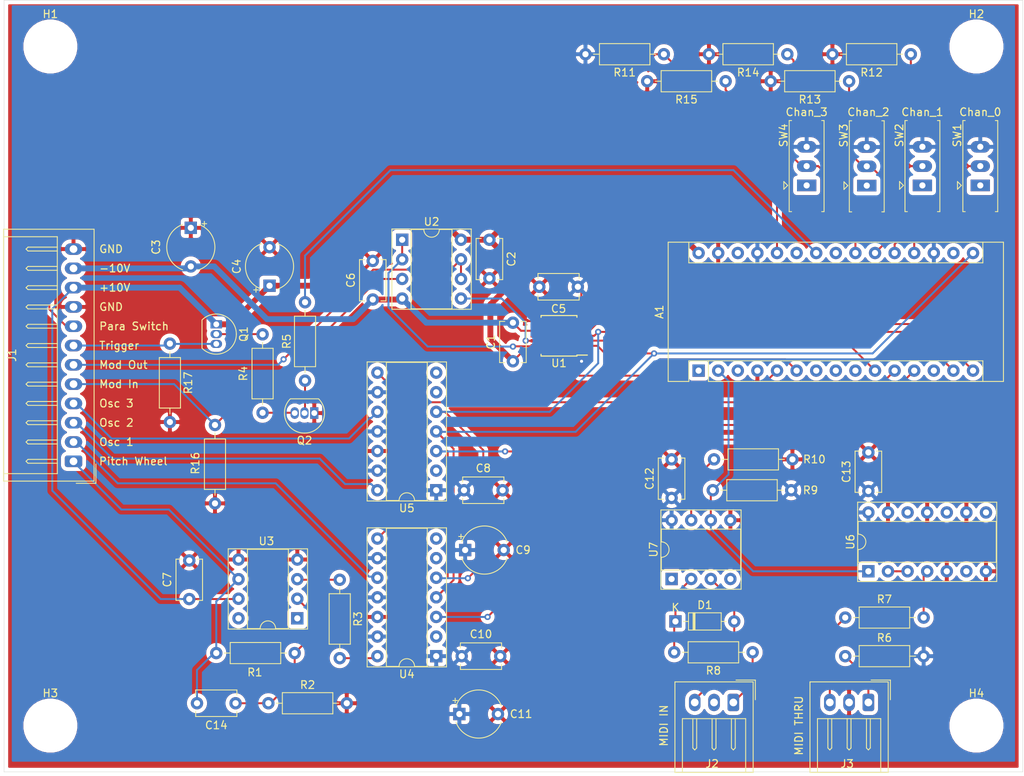
<source format=kicad_pcb>
(kicad_pcb (version 20171130) (host pcbnew "(5.1.10)-1")
  (layers (0 F.Cu signal) (31 B.Cu signal) (34 B.Paste user) (35 F.Paste user) (36 B.SilkS user) (37 F.SilkS user) (38 B.Mask user) (39 F.Mask user) (44 Edge.Cuts user))
  (net 0 "")
  (net 1 "Net-(A1-Pad1)")
  (net 2 "Net-(A1-Pad17)")
  (net 3 /UART_RX)
  (net 4 /+5v)
  (net 5 "Net-(A1-Pad3)")
  (net 6 /Chan_0)
  (net 7 GND)
  (net 8 /Chan_1)
  (net 9 /LDAC)
  (net 10 /Chan_2)
  (net 11 /WLAT)
  (net 12 /Chan_3)
  (net 13 "Net-(A1-Pad7)")
  (net 14 "Net-(A1-Pad23)")
  (net 15 "Net-(A1-Pad8)")
  (net 16 /Trigger_5v)
  (net 17 /CS_3)
  (net 18 "Net-(A1-Pad25)")
  (net 19 /CS_2)
  (net 20 /Para_Switch)
  (net 21 /CS_1)
  (net 22 /CS_0)
  (net 23 "Net-(A1-Pad28)")
  (net 24 "Net-(A1-Pad13)")
  (net 25 /SDI)
  (net 26 /+10v)
  (net 27 /SDO)
  (net 28 /SCK)
  (net 29 /-10v)
  (net 30 "Net-(D1-Pad1)")
  (net 31 /MIDI_IN_5)
  (net 32 /Osc_2_Control)
  (net 33 /Osc_1_Control)
  (net 34 /Osc_3_Control)
  (net 35 /Pitch_Wheel)
  (net 36 /Trigger_Out)
  (net 37 /MIDI_IN_4)
  (net 38 "Net-(J2-Pad2)")
  (net 39 /MIDI_THRU_4)
  (net 40 /MIDI_THRU_5)
  (net 41 "Net-(Q1-Pad2)")
  (net 42 "Net-(Q2-Pad3)")
  (net 43 "Net-(Q2-Pad2)")
  (net 44 "Net-(R3-Pad1)")
  (net 45 "Net-(R3-Pad2)")
  (net 46 "Net-(R7-Pad2)")
  (net 47 "Net-(R10-Pad1)")
  (net 48 "Net-(SW1-Pad1)")
  (net 49 "Net-(SW2-Pad1)")
  (net 50 "Net-(SW3-Pad1)")
  (net 51 "Net-(SW4-Pad1)")
  (net 52 "Net-(U3-Pad8)")
  (net 53 "Net-(U4-Pad7)")
  (net 54 "Net-(U4-Pad6)")
  (net 55 "Net-(U4-Pad2)")
  (net 56 "Net-(U5-Pad2)")
  (net 57 "Net-(U5-Pad6)")
  (net 58 "Net-(U5-Pad7)")
  (net 59 "Net-(U6-Pad8)")
  (net 60 "Net-(U6-Pad2)")
  (net 61 "Net-(U6-Pad10)")
  (net 62 "Net-(U6-Pad12)")
  (net 63 "Net-(U6-Pad6)")
  (net 64 "Net-(U7-Pad1)")
  (net 65 "Net-(U7-Pad4)")
  (net 66 "Net-(C14-Pad1)")
  (net 67 /Mod_Wheel_In)
  (net 68 /Mod_Wheel_Out)
  (net 69 "Net-(U1-Pad12)")
  (net 70 "Net-(U1-Pad13)")
  (module Module:Arduino_Nano (layer F.Cu) (at 179 91 90)
    (fp_text reference A1 (at 7.62 -5.08 90) (layer F.SilkS))
    (fp_text value Arduino_Nano_v3.x)
    (pad 1 thru_hole rect (at 0 0 90) (size 1.6 1.6) (drill 0.8) (layers *.Cu *.Mask) (net 1 "Net-(A1-Pad1)"))
    (pad 17 thru_hole oval (at 15.24 33.02 90) (size 1.6 1.6) (drill 0.8) (layers *.Cu *.Mask) (net 2 "Net-(A1-Pad17)"))
    (pad 2 thru_hole oval (at 0 2.54 90) (size 1.6 1.6) (drill 0.8) (layers *.Cu *.Mask) (net 3 /UART_RX))
    (pad 18 thru_hole oval (at 15.24 30.48 90) (size 1.6 1.6) (drill 0.8) (layers *.Cu *.Mask) (net 4 /+5v))
    (pad 3 thru_hole oval (at 0 5.08 90) (size 1.6 1.6) (drill 0.8) (layers *.Cu *.Mask) (net 5 "Net-(A1-Pad3)"))
    (pad 19 thru_hole oval (at 15.24 27.94 90) (size 1.6 1.6) (drill 0.8) (layers *.Cu *.Mask) (net 6 /Chan_0))
    (pad 4 thru_hole oval (at 0 7.62 90) (size 1.6 1.6) (drill 0.8) (layers *.Cu *.Mask) (net 7 GND))
    (pad 20 thru_hole oval (at 15.24 25.4 90) (size 1.6 1.6) (drill 0.8) (layers *.Cu *.Mask) (net 8 /Chan_1))
    (pad 5 thru_hole oval (at 0 10.16 90) (size 1.6 1.6) (drill 0.8) (layers *.Cu *.Mask) (net 9 /LDAC))
    (pad 21 thru_hole oval (at 15.24 22.86 90) (size 1.6 1.6) (drill 0.8) (layers *.Cu *.Mask) (net 10 /Chan_2))
    (pad 6 thru_hole oval (at 0 12.7 90) (size 1.6 1.6) (drill 0.8) (layers *.Cu *.Mask) (net 11 /WLAT))
    (pad 22 thru_hole oval (at 15.24 20.32 90) (size 1.6 1.6) (drill 0.8) (layers *.Cu *.Mask) (net 12 /Chan_3))
    (pad 7 thru_hole oval (at 0 15.24 90) (size 1.6 1.6) (drill 0.8) (layers *.Cu *.Mask) (net 13 "Net-(A1-Pad7)"))
    (pad 23 thru_hole oval (at 15.24 17.78 90) (size 1.6 1.6) (drill 0.8) (layers *.Cu *.Mask) (net 14 "Net-(A1-Pad23)"))
    (pad 8 thru_hole oval (at 0 17.78 90) (size 1.6 1.6) (drill 0.8) (layers *.Cu *.Mask) (net 15 "Net-(A1-Pad8)"))
    (pad 24 thru_hole oval (at 15.24 15.24 90) (size 1.6 1.6) (drill 0.8) (layers *.Cu *.Mask) (net 16 /Trigger_5v))
    (pad 9 thru_hole oval (at 0 20.32 90) (size 1.6 1.6) (drill 0.8) (layers *.Cu *.Mask) (net 17 /CS_3))
    (pad 25 thru_hole oval (at 15.24 12.7 90) (size 1.6 1.6) (drill 0.8) (layers *.Cu *.Mask) (net 18 "Net-(A1-Pad25)"))
    (pad 10 thru_hole oval (at 0 22.86 90) (size 1.6 1.6) (drill 0.8) (layers *.Cu *.Mask) (net 19 /CS_2))
    (pad 26 thru_hole oval (at 15.24 10.16 90) (size 1.6 1.6) (drill 0.8) (layers *.Cu *.Mask) (net 20 /Para_Switch))
    (pad 11 thru_hole oval (at 0 25.4 90) (size 1.6 1.6) (drill 0.8) (layers *.Cu *.Mask) (net 21 /CS_1))
    (pad 27 thru_hole oval (at 15.24 7.62 90) (size 1.6 1.6) (drill 0.8) (layers *.Cu *.Mask) (net 4 /+5v))
    (pad 12 thru_hole oval (at 0 27.94 90) (size 1.6 1.6) (drill 0.8) (layers *.Cu *.Mask) (net 22 /CS_0))
    (pad 28 thru_hole oval (at 15.24 5.08 90) (size 1.6 1.6) (drill 0.8) (layers *.Cu *.Mask) (net 23 "Net-(A1-Pad28)"))
    (pad 13 thru_hole oval (at 0 30.48 90) (size 1.6 1.6) (drill 0.8) (layers *.Cu *.Mask) (net 24 "Net-(A1-Pad13)"))
    (pad 29 thru_hole oval (at 15.24 2.54 90) (size 1.6 1.6) (drill 0.8) (layers *.Cu *.Mask) (net 7 GND))
    (pad 14 thru_hole oval (at 0 33.02 90) (size 1.6 1.6) (drill 0.8) (layers *.Cu *.Mask) (net 25 /SDI))
    (pad 30 thru_hole oval (at 15.24 0 90) (size 1.6 1.6) (drill 0.8) (layers *.Cu *.Mask) (net 26 /+10v))
    (pad 15 thru_hole oval (at 0 35.56 90) (size 1.6 1.6) (drill 0.8) (layers *.Cu *.Mask) (net 27 /SDO))
    (pad 16 thru_hole oval (at 15.24 35.56 90) (size 1.6 1.6) (drill 0.8) (layers *.Cu *.Mask) (net 28 /SCK))
  )
  (module Capacitor_THT:C_Disc_D5.1mm_W3.2mm_P5.00mm (layer F.Cu) (at 119 134.1 180)
    (fp_text reference C14 (at 2.5 -2.85) (layer F.SilkS))
    (fp_text value DNP)
    (pad 2 thru_hole circle (at 5 0 180) (size 1.6 1.6) (drill 0.8) (layers *.Cu *.Mask) (net 35 /Pitch_Wheel))
    (pad 1 thru_hole circle (at 0 0 180) (size 1.6 1.6) (drill 0.8) (layers *.Cu *.Mask) (net 66 "Net-(C14-Pad1)"))
  )
  (module Capacitor_THT:C_Disc_D5.1mm_W3.2mm_P5.00mm (layer F.Cu) (at 201 106.6 90)
    (fp_text reference C13 (at 2.5 -2.85 90) (layer F.SilkS))
    (fp_text value 0.1uF)
    (pad 2 thru_hole circle (at 5 0 90) (size 1.6 1.6) (drill 0.8) (layers *.Cu *.Mask) (net 7 GND))
    (pad 1 thru_hole circle (at 0 0 90) (size 1.6 1.6) (drill 0.8) (layers *.Cu *.Mask) (net 4 /+5v))
  )
  (module Capacitor_THT:C_Disc_D5.1mm_W3.2mm_P5.00mm (layer F.Cu) (at 175.5 107.5 90)
    (fp_text reference C12 (at 2.5 -2.85 90) (layer F.SilkS))
    (fp_text value 0.1uF)
    (pad 2 thru_hole circle (at 5 0 90) (size 1.6 1.6) (drill 0.8) (layers *.Cu *.Mask) (net 7 GND))
    (pad 1 thru_hole circle (at 0 0 90) (size 1.6 1.6) (drill 0.8) (layers *.Cu *.Mask) (net 4 /+5v))
  )
  (module Capacitor_THT:C_Disc_D5.1mm_W3.2mm_P5.00mm (layer F.Cu) (at 148.3 128)
    (fp_text reference C10 (at 2.5 -2.85) (layer F.SilkS))
    (fp_text value 0.1uF)
    (pad 2 thru_hole circle (at 5 0) (size 1.6 1.6) (drill 0.8) (layers *.Cu *.Mask) (net 7 GND))
    (pad 1 thru_hole circle (at 0 0) (size 1.6 1.6) (drill 0.8) (layers *.Cu *.Mask) (net 4 /+5v))
  )
  (module Capacitor_THT:C_Disc_D5.1mm_W3.2mm_P5.00mm (layer F.Cu) (at 148.6 106.5)
    (fp_text reference C8 (at 2.5 -2.85) (layer F.SilkS))
    (fp_text value 0.1uF)
    (pad 2 thru_hole circle (at 5 0) (size 1.6 1.6) (drill 0.8) (layers *.Cu *.Mask) (net 7 GND))
    (pad 1 thru_hole circle (at 0 0) (size 1.6 1.6) (drill 0.8) (layers *.Cu *.Mask) (net 4 /+5v))
  )
  (module Capacitor_THT:C_Disc_D5.1mm_W3.2mm_P5.00mm (layer F.Cu) (at 113 120.6 90)
    (fp_text reference C7 (at 2.5 -2.85 90) (layer F.SilkS))
    (fp_text value 0.1uF)
    (pad 2 thru_hole circle (at 5 0 90) (size 1.6 1.6) (drill 0.8) (layers *.Cu *.Mask) (net 7 GND))
    (pad 1 thru_hole circle (at 0 0 90) (size 1.6 1.6) (drill 0.8) (layers *.Cu *.Mask) (net 26 /+10v))
  )
  (module Capacitor_THT:C_Disc_D5.1mm_W3.2mm_P5.00mm (layer F.Cu) (at 163.354 80.137 180)
    (fp_text reference C5 (at 2.5 -2.85) (layer F.SilkS))
    (fp_text value 0.1uF)
    (pad 2 thru_hole circle (at 5 0 180) (size 1.6 1.6) (drill 0.8) (layers *.Cu *.Mask) (net 7 GND))
    (pad 1 thru_hole circle (at 0 0 180) (size 1.6 1.6) (drill 0.8) (layers *.Cu *.Mask) (net 4 /+5v))
  )
  (module Capacitor_THT:C_Disc_D5.1mm_W3.2mm_P5.00mm (layer F.Cu) (at 154.94 89.789 90)
    (fp_text reference C1 (at 2.5 -2.85 90) (layer F.SilkS))
    (fp_text value 0.1uF)
    (pad 2 thru_hole circle (at 5 0 90) (size 1.6 1.6) (drill 0.8) (layers *.Cu *.Mask) (net 29 /-10v))
    (pad 1 thru_hole circle (at 0 0 90) (size 1.6 1.6) (drill 0.8) (layers *.Cu *.Mask) (net 26 /+10v))
  )
  (module Package_DIP:DIP-14_W7.62mm_Socket (layer F.Cu) (at 145 106.5 180)
    (fp_text reference U5 (at 3.81 -2.33) (layer F.SilkS))
    (fp_text value MCP4922)
    (pad 1 thru_hole rect (at 0 0 180) (size 1.6 1.6) (drill 0.8) (layers *.Cu *.Mask) (net 4 /+5v))
    (pad 8 thru_hole oval (at 7.62 15.24 180) (size 1.6 1.6) (drill 0.8) (layers *.Cu *.Mask) (net 9 /LDAC))
    (pad 2 thru_hole oval (at 0 2.54 180) (size 1.6 1.6) (drill 0.8) (layers *.Cu *.Mask) (net 56 "Net-(U5-Pad2)"))
    (pad 9 thru_hole oval (at 7.62 12.7 180) (size 1.6 1.6) (drill 0.8) (layers *.Cu *.Mask) (net 4 /+5v))
    (pad 3 thru_hole oval (at 0 5.08 180) (size 1.6 1.6) (drill 0.8) (layers *.Cu *.Mask) (net 21 /CS_1))
    (pad 10 thru_hole oval (at 7.62 10.16 180) (size 1.6 1.6) (drill 0.8) (layers *.Cu *.Mask) (net 34 /Osc_3_Control))
    (pad 4 thru_hole oval (at 0 7.62 180) (size 1.6 1.6) (drill 0.8) (layers *.Cu *.Mask) (net 28 /SCK))
    (pad 11 thru_hole oval (at 7.62 7.62 180) (size 1.6 1.6) (drill 0.8) (layers *.Cu *.Mask) (net 4 /+5v))
    (pad 5 thru_hole oval (at 0 10.16 180) (size 1.6 1.6) (drill 0.8) (layers *.Cu *.Mask) (net 25 /SDI))
    (pad 12 thru_hole oval (at 7.62 5.08 180) (size 1.6 1.6) (drill 0.8) (layers *.Cu *.Mask) (net 7 GND))
    (pad 6 thru_hole oval (at 0 12.7 180) (size 1.6 1.6) (drill 0.8) (layers *.Cu *.Mask) (net 57 "Net-(U5-Pad6)"))
    (pad 13 thru_hole oval (at 7.62 2.54 180) (size 1.6 1.6) (drill 0.8) (layers *.Cu *.Mask) (net 4 /+5v))
    (pad 7 thru_hole oval (at 0 15.24 180) (size 1.6 1.6) (drill 0.8) (layers *.Cu *.Mask) (net 58 "Net-(U5-Pad7)"))
    (pad 14 thru_hole oval (at 7.62 0 180) (size 1.6 1.6) (drill 0.8) (layers *.Cu *.Mask) (net 32 /Osc_2_Control))
  )
  (module Capacitor_THT:CP_Radial_Tantal_D6.0mm_P5.00mm (layer F.Cu) (at 113.2 72.5 270)
    (fp_text reference C3 (at 2.5 4.5 90) (layer F.SilkS))
    (fp_text value 10uF)
    (pad 1 thru_hole rect (at 0 0 270) (size 1.6 1.6) (drill 0.8) (layers *.Cu *.Mask) (net 7 GND))
    (pad 2 thru_hole circle (at 5 0 270) (size 1.6 1.6) (drill 0.8) (layers *.Cu *.Mask) (net 29 /-10v))
  )
  (module Capacitor_THT:CP_Radial_Tantal_D6.0mm_P5.00mm (layer F.Cu) (at 123.4 80 90)
    (fp_text reference C4 (at 2.5 -4.25 90) (layer F.SilkS))
    (fp_text value 10uF)
    (pad 2 thru_hole circle (at 5 0 90) (size 1.6 1.6) (drill 0.8) (layers *.Cu *.Mask) (net 7 GND))
    (pad 1 thru_hole rect (at 0 0 90) (size 1.6 1.6) (drill 0.8) (layers *.Cu *.Mask) (net 26 /+10v))
  )
  (module Capacitor_THT:CP_Radial_Tantal_D6.0mm_P5.00mm (layer F.Cu) (at 148.75 114.25)
    (fp_text reference C9 (at 7.5 0) (layer F.SilkS))
    (fp_text value 10uF)
    (pad 2 thru_hole circle (at 5 0) (size 1.6 1.6) (drill 0.8) (layers *.Cu *.Mask) (net 7 GND))
    (pad 1 thru_hole rect (at 0 0) (size 1.6 1.6) (drill 0.8) (layers *.Cu *.Mask) (net 4 /+5v))
  )
  (module Capacitor_THT:CP_Radial_Tantal_D6.0mm_P5.00mm (layer F.Cu) (at 148 135.5)
    (fp_text reference C11 (at 8 0) (layer F.SilkS))
    (fp_text value 10uF)
    (pad 1 thru_hole rect (at 0 0) (size 1.6 1.6) (drill 0.8) (layers *.Cu *.Mask) (net 4 /+5v))
    (pad 2 thru_hole circle (at 5 0) (size 1.6 1.6) (drill 0.8) (layers *.Cu *.Mask) (net 7 GND))
  )
  (module Diode_THT:D_DO-35_SOD27_P7.62mm_Horizontal (layer F.Cu) (at 176 123.5)
    (fp_text reference D1 (at 3.81 -2.12) (layer F.SilkS))
    (fp_text value 1N914)
    (fp_text user K (at 0 -1.8) (layer F.SilkS))
    (pad 1 thru_hole rect (at 0 0) (size 1.6 1.6) (drill 0.8) (layers *.Cu *.Mask) (net 30 "Net-(D1-Pad1)"))
    (pad 2 thru_hole oval (at 7.62 0) (size 1.6 1.6) (drill 0.8) (layers *.Cu *.Mask) (net 31 /MIDI_IN_5))
  )
  (module MountingHole:MountingHole_3.2mm_M3 (layer F.Cu) (at 95 49)
    (fp_text reference H1 (at 0 -4.2) (layer F.SilkS))
    (fp_text value MountingHole)
    (pad "" np_thru_hole circle (at 0 0) (size 3.200001 3.200001) (drill 3.200001) (layers *.Cu *.Mask) (clearance 1.905))
  )
  (module MountingHole:MountingHole_3.2mm_M3 (layer F.Cu) (at 215 49)
    (fp_text reference H2 (at 0 -4.2) (layer F.SilkS))
    (fp_text value MountingHole)
    (pad "" np_thru_hole circle (at 0 0) (size 3.200001 3.200001) (drill 3.200001) (layers *.Cu *.Mask) (clearance 1.905))
  )
  (module MountingHole:MountingHole_3.2mm_M3 (layer F.Cu) (at 95 137)
    (fp_text reference H3 (at 0 -4.2) (layer F.SilkS))
    (fp_text value MountingHole)
    (pad "" np_thru_hole circle (at 0 0) (size 3.200001 3.200001) (drill 3.200001) (layers *.Cu *.Mask) (clearance 1.905))
  )
  (module MountingHole:MountingHole_3.2mm_M3 (layer F.Cu) (at 215 137)
    (fp_text reference H4 (at 0 -4.2) (layer F.SilkS))
    (fp_text value MountingHole)
    (pad "" np_thru_hole circle (at 0 0) (size 3.200001 3.200001) (drill 3.200001) (layers *.Cu *.Mask) (clearance 1.905))
  )
  (module Molex:Molex_Mini-Lock_0534261210_1x12_P2.50mm_Horizontal (layer F.Cu) (at 98 89 90)
    (fp_text reference J1 (at 0 -7.95 90) (layer F.SilkS))
    (fp_text value Molex_Mini-Lock_12_Pin)
    (pad 2 thru_hole oval (at -11.25 0 90) (size 1.5 2.25) (drill 1) (layers *.Cu *.Mask) (net 33 /Osc_1_Control))
    (pad 1 thru_hole roundrect (at -13.75 0 90) (size 1.5 2.25) (drill 1) (layers *.Cu *.Mask) (roundrect_rratio 0.208) (net 35 /Pitch_Wheel))
    (pad 3 thru_hole oval (at -8.75 0 90) (size 1.5 2.25) (drill 1) (layers *.Cu *.Mask) (net 32 /Osc_2_Control))
    (pad 5 thru_hole oval (at -3.75 0 90) (size 1.5 2.25) (drill 1) (layers *.Cu *.Mask) (net 67 /Mod_Wheel_In))
    (pad 4 thru_hole oval (at -6.25 0 90) (size 1.5 2.25) (drill 1) (layers *.Cu *.Mask) (net 34 /Osc_3_Control))
    (pad 7 thru_hole oval (at 1.25 0 90) (size 1.5 2.25) (drill 1) (layers *.Cu *.Mask) (net 36 /Trigger_Out))
    (pad 6 thru_hole oval (at -1.25 0 90) (size 1.5 2.25) (drill 1) (layers *.Cu *.Mask) (net 68 /Mod_Wheel_Out))
    (pad 8 thru_hole oval (at 3.75 0 90) (size 1.5 2.25) (drill 1) (layers *.Cu *.Mask) (net 20 /Para_Switch))
    (pad 9 thru_hole oval (at 6.25 0 90) (size 1.5 2.25) (drill 1) (layers *.Cu *.Mask) (net 7 GND))
    (pad 11 thru_hole oval (at 11.25 0 90) (size 1.5 2.25) (drill 1) (layers *.Cu *.Mask) (net 29 /-10v))
    (pad 10 thru_hole oval (at 8.75 0 90) (size 1.5 2.25) (drill 1) (layers *.Cu *.Mask) (net 26 /+10v))
    (pad 12 thru_hole oval (at 13.75 0 90) (size 1.5 2.25) (drill 1) (layers *.Cu *.Mask) (net 7 GND))
  )
  (module Molex:Molex_Mini-Lock_0534260310_1x03_P2.50mm_Horizontal (layer F.Cu) (at 181 134 180)
    (fp_text reference J2 (at 0.25 -7.95) (layer F.SilkS))
    (fp_text value Molex_Mini-Lock_3_Pin)
    (pad 3 thru_hole oval (at 2.5 0 180) (size 1.5 2.25) (drill 1) (layers *.Cu *.Mask) (net 31 /MIDI_IN_5))
    (pad 1 thru_hole roundrect (at -2.5 0 180) (size 1.5 2.25) (drill 1) (layers *.Cu *.Mask) (roundrect_rratio 0.208) (net 37 /MIDI_IN_4))
    (pad 2 thru_hole oval (at 0 0 180) (size 1.5 2.25) (drill 1) (layers *.Cu *.Mask) (net 38 "Net-(J2-Pad2)"))
  )
  (module Molex:Molex_Mini-Lock_0534260310_1x03_P2.50mm_Horizontal (layer F.Cu) (at 198.5 134 180)
    (fp_text reference J3 (at 0.25 -7.95) (layer F.SilkS))
    (fp_text value Molex_Mini-Lock_3_Pin)
    (pad 2 thru_hole oval (at 0 0 180) (size 1.5 2.25) (drill 1) (layers *.Cu *.Mask) (net 7 GND))
    (pad 1 thru_hole roundrect (at -2.5 0 180) (size 1.5 2.25) (drill 1) (layers *.Cu *.Mask) (roundrect_rratio 0.208) (net 39 /MIDI_THRU_4))
    (pad 3 thru_hole oval (at 2.5 0 180) (size 1.5 2.25) (drill 1) (layers *.Cu *.Mask) (net 40 /MIDI_THRU_5))
  )
  (module Package_TO_SOT_THT:TO-92_Inline (layer F.Cu) (at 116.5 85 270)
    (fp_text reference Q1 (at 1.27 -3.56 90) (layer F.SilkS))
    (fp_text value 2N3906)
    (pad 2 thru_hole oval (at 1.27 0 270) (size 1.05 1.5) (drill 0.75) (layers *.Cu *.Mask) (net 41 "Net-(Q1-Pad2)"))
    (pad 3 thru_hole oval (at 2.54 0 270) (size 1.05 1.5) (drill 0.75) (layers *.Cu *.Mask) (net 36 /Trigger_Out))
    (pad 1 thru_hole rect (at 0 0 270) (size 1.05 1.5) (drill 0.75) (layers *.Cu *.Mask) (net 26 /+10v))
  )
  (module Package_TO_SOT_THT:TO-92_Inline (layer F.Cu) (at 129.2 96.5 180)
    (fp_text reference Q2 (at 1.27 -3.56) (layer F.SilkS))
    (fp_text value 2N3904)
    (pad 1 thru_hole rect (at 0 0 180) (size 1.05 1.5) (drill 0.75) (layers *.Cu *.Mask) (net 7 GND))
    (pad 3 thru_hole oval (at 2.54 0 180) (size 1.05 1.5) (drill 0.75) (layers *.Cu *.Mask) (net 42 "Net-(Q2-Pad3)"))
    (pad 2 thru_hole oval (at 1.27 0 180) (size 1.05 1.5) (drill 0.75) (layers *.Cu *.Mask) (net 43 "Net-(Q2-Pad2)"))
  )
  (module Resistor_THT:R_Axial_DIN0207_L6.3mm_D2.5mm_P10.16mm_Horizontal (layer F.Cu) (at 116.5 127.6)
    (fp_text reference R1 (at 5 2.5) (layer F.SilkS))
    (fp_text value 10k)
    (pad 1 thru_hole circle (at 0 0) (size 1.6 1.6) (drill 0.8) (layers *.Cu *.Mask) (net 35 /Pitch_Wheel))
    (pad 2 thru_hole oval (at 10.16 0) (size 1.6 1.6) (drill 0.8) (layers *.Cu *.Mask) (net 66 "Net-(C14-Pad1)"))
  )
  (module Resistor_THT:R_Axial_DIN0207_L6.3mm_D2.5mm_P10.16mm_Horizontal (layer F.Cu) (at 123.25 134.1)
    (fp_text reference R2 (at 5.08 -2.37) (layer F.SilkS))
    (fp_text value 10k)
    (pad 2 thru_hole oval (at 10.16 0) (size 1.6 1.6) (drill 0.8) (layers *.Cu *.Mask) (net 7 GND))
    (pad 1 thru_hole circle (at 0 0) (size 1.6 1.6) (drill 0.8) (layers *.Cu *.Mask) (net 66 "Net-(C14-Pad1)"))
  )
  (module Resistor_THT:R_Axial_DIN0207_L6.3mm_D2.5mm_P10.16mm_Horizontal (layer F.Cu) (at 132.5 118.1 270)
    (fp_text reference R3 (at 5.08 -2.37 90) (layer F.SilkS))
    (fp_text value 5k)
    (pad 1 thru_hole circle (at 0 0 270) (size 1.6 1.6) (drill 0.8) (layers *.Cu *.Mask) (net 44 "Net-(R3-Pad1)"))
    (pad 2 thru_hole oval (at 10.16 0 270) (size 1.6 1.6) (drill 0.8) (layers *.Cu *.Mask) (net 45 "Net-(R3-Pad2)"))
  )
  (module Resistor_THT:R_Axial_DIN0207_L6.3mm_D2.5mm_P10.16mm_Horizontal (layer F.Cu) (at 122.5 86.3 270)
    (fp_text reference R4 (at 5.08 2.5 90) (layer F.SilkS))
    (fp_text value 10k)
    (pad 2 thru_hole oval (at 10.16 0 270) (size 1.6 1.6) (drill 0.8) (layers *.Cu *.Mask) (net 42 "Net-(Q2-Pad3)"))
    (pad 1 thru_hole circle (at 0 0 270) (size 1.6 1.6) (drill 0.8) (layers *.Cu *.Mask) (net 41 "Net-(Q1-Pad2)"))
  )
  (module Resistor_THT:R_Axial_DIN0207_L6.3mm_D2.5mm_P10.16mm_Horizontal (layer F.Cu) (at 128 92.3 90)
    (fp_text reference R5 (at 5.08 -2.37 90) (layer F.SilkS))
    (fp_text value 10k)
    (pad 1 thru_hole circle (at 0 0 90) (size 1.6 1.6) (drill 0.8) (layers *.Cu *.Mask) (net 43 "Net-(Q2-Pad2)"))
    (pad 2 thru_hole oval (at 10.16 0 90) (size 1.6 1.6) (drill 0.8) (layers *.Cu *.Mask) (net 16 /Trigger_5v))
  )
  (module Resistor_THT:R_Axial_DIN0207_L6.3mm_D2.5mm_P10.16mm_Horizontal (layer F.Cu) (at 198 128)
    (fp_text reference R6 (at 5.08 -2.37) (layer F.SilkS))
    (fp_text value 220)
    (pad 1 thru_hole circle (at 0 0) (size 1.6 1.6) (drill 0.8) (layers *.Cu *.Mask) (net 39 /MIDI_THRU_4))
    (pad 2 thru_hole oval (at 10.16 0) (size 1.6 1.6) (drill 0.8) (layers *.Cu *.Mask) (net 4 /+5v))
  )
  (module Resistor_THT:R_Axial_DIN0207_L6.3mm_D2.5mm_P10.16mm_Horizontal (layer F.Cu) (at 198 123)
    (fp_text reference R7 (at 5.08 -2.37) (layer F.SilkS))
    (fp_text value 220)
    (pad 2 thru_hole oval (at 10.16 0) (size 1.6 1.6) (drill 0.8) (layers *.Cu *.Mask) (net 46 "Net-(R7-Pad2)"))
    (pad 1 thru_hole circle (at 0 0) (size 1.6 1.6) (drill 0.8) (layers *.Cu *.Mask) (net 40 /MIDI_THRU_5))
  )
  (module Resistor_THT:R_Axial_DIN0207_L6.3mm_D2.5mm_P10.16mm_Horizontal (layer F.Cu) (at 186 127.5 180)
    (fp_text reference R8 (at 5.08 -2.37) (layer F.SilkS))
    (fp_text value 220)
    (pad 1 thru_hole circle (at 0 0 180) (size 1.6 1.6) (drill 0.8) (layers *.Cu *.Mask) (net 37 /MIDI_IN_4))
    (pad 2 thru_hole oval (at 10.16 0 180) (size 1.6 1.6) (drill 0.8) (layers *.Cu *.Mask) (net 30 "Net-(D1-Pad1)"))
  )
  (module Resistor_THT:R_Axial_DIN0207_L6.3mm_D2.5mm_P10.16mm_Horizontal (layer F.Cu) (at 191 106.5 180)
    (fp_text reference R9 (at -2.5 0) (layer F.SilkS))
    (fp_text value 470)
    (pad 2 thru_hole oval (at 10.16 0 180) (size 1.6 1.6) (drill 0.8) (layers *.Cu *.Mask) (net 3 /UART_RX))
    (pad 1 thru_hole circle (at 0 0 180) (size 1.6 1.6) (drill 0.8) (layers *.Cu *.Mask) (net 4 /+5v))
  )
  (module Resistor_THT:R_Axial_DIN0207_L6.3mm_D2.5mm_P10.16mm_Horizontal (layer F.Cu) (at 181 102.5)
    (fp_text reference R10 (at 13 0) (layer F.SilkS))
    (fp_text value 1k)
    (pad 2 thru_hole oval (at 10.16 0) (size 1.6 1.6) (drill 0.8) (layers *.Cu *.Mask) (net 7 GND))
    (pad 1 thru_hole circle (at 0 0) (size 1.6 1.6) (drill 0.8) (layers *.Cu *.Mask) (net 47 "Net-(R10-Pad1)"))
  )
  (module Resistor_THT:R_Axial_DIN0207_L6.3mm_D2.5mm_P10.16mm_Horizontal (layer F.Cu) (at 174.5 50 180)
    (fp_text reference R11 (at 5.08 -2.37) (layer F.SilkS))
    (fp_text value 10k)
    (pad 2 thru_hole oval (at 10.16 0 180) (size 1.6 1.6) (drill 0.8) (layers *.Cu *.Mask) (net 4 /+5v))
    (pad 1 thru_hole circle (at 0 0 180) (size 1.6 1.6) (drill 0.8) (layers *.Cu *.Mask) (net 20 /Para_Switch))
  )
  (module Resistor_THT:R_Axial_DIN0207_L6.3mm_D2.5mm_P10.16mm_Horizontal (layer F.Cu) (at 206.5 50 180)
    (fp_text reference R12 (at 5.08 -2.37) (layer F.SilkS))
    (fp_text value 10k)
    (pad 2 thru_hole oval (at 10.16 0 180) (size 1.6 1.6) (drill 0.8) (layers *.Cu *.Mask) (net 7 GND))
    (pad 1 thru_hole circle (at 0 0 180) (size 1.6 1.6) (drill 0.8) (layers *.Cu *.Mask) (net 6 /Chan_0))
  )
  (module Resistor_THT:R_Axial_DIN0207_L6.3mm_D2.5mm_P10.16mm_Horizontal (layer F.Cu) (at 198.5 53.5 180)
    (fp_text reference R13 (at 5.08 -2.37) (layer F.SilkS))
    (fp_text value 10k)
    (pad 1 thru_hole circle (at 0 0 180) (size 1.6 1.6) (drill 0.8) (layers *.Cu *.Mask) (net 8 /Chan_1))
    (pad 2 thru_hole oval (at 10.16 0 180) (size 1.6 1.6) (drill 0.8) (layers *.Cu *.Mask) (net 7 GND))
  )
  (module Resistor_THT:R_Axial_DIN0207_L6.3mm_D2.5mm_P10.16mm_Horizontal (layer F.Cu) (at 190.5 50 180)
    (fp_text reference R14 (at 5.08 -2.37) (layer F.SilkS))
    (fp_text value 10k)
    (pad 1 thru_hole circle (at 0 0 180) (size 1.6 1.6) (drill 0.8) (layers *.Cu *.Mask) (net 10 /Chan_2))
    (pad 2 thru_hole oval (at 10.16 0 180) (size 1.6 1.6) (drill 0.8) (layers *.Cu *.Mask) (net 7 GND))
  )
  (module Resistor_THT:R_Axial_DIN0207_L6.3mm_D2.5mm_P10.16mm_Horizontal (layer F.Cu) (at 182.5 53.5 180)
    (fp_text reference R15 (at 5.08 -2.37) (layer F.SilkS))
    (fp_text value 10k)
    (pad 1 thru_hole circle (at 0 0 180) (size 1.6 1.6) (drill 0.8) (layers *.Cu *.Mask) (net 12 /Chan_3))
    (pad 2 thru_hole oval (at 10.16 0 180) (size 1.6 1.6) (drill 0.8) (layers *.Cu *.Mask) (net 7 GND))
  )
  (module Switches:SW_Slide_SPDT_EG1218 (layer F.Cu) (at 215.5 67 90)
    (fp_text reference SW1 (at 6.49 -2.99 90) (layer F.SilkS))
    (fp_text value SW_SPDT)
    (pad 3 thru_hole oval (at 5 0 90) (size 1.5 2.5) (drill 0.8) (layers *.Cu *.Mask) (net 4 /+5v))
    (pad 2 thru_hole oval (at 2.5 0 90) (size 1.5 2.5) (drill 0.8) (layers *.Cu *.Mask) (net 6 /Chan_0))
    (pad 1 thru_hole rect (at 0 0 90) (size 1.5 2.5) (drill 0.8) (layers *.Cu *.Mask) (net 48 "Net-(SW1-Pad1)"))
  )
  (module Switches:SW_Slide_SPDT_EG1218 (layer F.Cu) (at 208 67 90)
    (fp_text reference SW2 (at 6.49 -2.99 90) (layer F.SilkS))
    (fp_text value SW_SPDT)
    (pad 1 thru_hole rect (at 0 0 90) (size 1.5 2.5) (drill 0.8) (layers *.Cu *.Mask) (net 49 "Net-(SW2-Pad1)"))
    (pad 2 thru_hole oval (at 2.5 0 90) (size 1.5 2.5) (drill 0.8) (layers *.Cu *.Mask) (net 8 /Chan_1))
    (pad 3 thru_hole oval (at 5 0 90) (size 1.5 2.5) (drill 0.8) (layers *.Cu *.Mask) (net 4 /+5v))
  )
  (module Switches:SW_Slide_SPDT_EG1218 (layer F.Cu) (at 200.790001 67.024999 90)
    (fp_text reference SW3 (at 6.49 -2.99 90) (layer F.SilkS))
    (fp_text value SW_SPDT)
    (pad 1 thru_hole rect (at 0 0 90) (size 1.5 2.5) (drill 0.8) (layers *.Cu *.Mask) (net 50 "Net-(SW3-Pad1)"))
    (pad 2 thru_hole oval (at 2.5 0 90) (size 1.5 2.5) (drill 0.8) (layers *.Cu *.Mask) (net 10 /Chan_2))
    (pad 3 thru_hole oval (at 5 0 90) (size 1.5 2.5) (drill 0.8) (layers *.Cu *.Mask) (net 4 /+5v))
  )
  (module Switches:SW_Slide_SPDT_EG1218 (layer F.Cu) (at 193 67 90)
    (fp_text reference SW4 (at 6.49 -2.99 90) (layer F.SilkS))
    (fp_text value SW_SPDT)
    (pad 3 thru_hole oval (at 5 0 90) (size 1.5 2.5) (drill 0.8) (layers *.Cu *.Mask) (net 4 /+5v))
    (pad 2 thru_hole oval (at 2.5 0 90) (size 1.5 2.5) (drill 0.8) (layers *.Cu *.Mask) (net 12 /Chan_3))
    (pad 1 thru_hole rect (at 0 0 90) (size 1.5 2.5) (drill 0.8) (layers *.Cu *.Mask) (net 51 "Net-(SW4-Pad1)"))
  )
  (module Package_SO:TSSOP-14_4.4x5mm_P0.65mm (layer F.Cu) (at 160.909 86.487 180)
    (fp_text reference U1 (at 0 -3.55) (layer F.SilkS))
    (fp_text value MCP41HV51-502E)
    (pad 1 smd rect (at -2.95 -1.95 180) (size 1.45 0.45) (layers F.Cu F.Paste F.Mask) (net 4 /+5v))
    (pad 2 smd rect (at -2.95 -1.3 180) (size 1.45 0.45) (layers F.Cu F.Paste F.Mask) (net 28 /SCK))
    (pad 3 smd rect (at -2.95 -0.65 180) (size 1.45 0.45) (layers F.Cu F.Paste F.Mask) (net 19 /CS_2))
    (pad 4 smd rect (at -2.95 0 180) (size 1.45 0.45) (layers F.Cu F.Paste F.Mask) (net 25 /SDI))
    (pad 5 smd rect (at -2.95 0.65 180) (size 1.45 0.45) (layers F.Cu F.Paste F.Mask) (net 27 /SDO))
    (pad 6 smd rect (at -2.95 1.3 180) (size 1.45 0.45) (layers F.Cu F.Paste F.Mask) (net 11 /WLAT))
    (pad 7 smd rect (at -2.95 1.95 180) (size 1.45 0.45) (layers F.Cu F.Paste F.Mask) (net 4 /+5v))
    (pad 8 smd rect (at 2.95 1.95 180) (size 1.45 0.45) (layers F.Cu F.Paste F.Mask) (net 7 GND))
    (pad 9 smd rect (at 2.95 1.3 180) (size 1.45 0.45) (layers F.Cu F.Paste F.Mask) (net 7 GND))
    (pad 10 smd rect (at 2.95 0.65 180) (size 1.45 0.45) (layers F.Cu F.Paste F.Mask) (net 29 /-10v))
    (pad 11 smd rect (at 2.95 0 180) (size 1.45 0.45) (layers F.Cu F.Paste F.Mask) (net 7 GND))
    (pad 12 smd rect (at 2.95 -0.65 180) (size 1.45 0.45) (layers F.Cu F.Paste F.Mask) (net 69 "Net-(U1-Pad12)"))
    (pad 13 smd rect (at 2.95 -1.3 180) (size 1.45 0.45) (layers F.Cu F.Paste F.Mask) (net 70 "Net-(U1-Pad13)"))
    (pad 14 smd rect (at 2.95 -1.95 180) (size 1.45 0.45) (layers F.Cu F.Paste F.Mask) (net 26 /+10v))
  )
  (module Package_DIP:DIP-8_W7.62mm_Socket (layer F.Cu) (at 127 123.1 180)
    (fp_text reference U3 (at 4 10) (layer F.SilkS))
    (fp_text value LT1637)
    (pad 8 thru_hole oval (at 7.62 0 180) (size 1.6 1.6) (drill 0.8) (layers *.Cu *.Mask) (net 52 "Net-(U3-Pad8)"))
    (pad 4 thru_hole oval (at 0 7.62 180) (size 1.6 1.6) (drill 0.8) (layers *.Cu *.Mask) (net 7 GND))
    (pad 7 thru_hole oval (at 7.62 2.54 180) (size 1.6 1.6) (drill 0.8) (layers *.Cu *.Mask) (net 26 /+10v))
    (pad 3 thru_hole oval (at 0 5.08 180) (size 1.6 1.6) (drill 0.8) (layers *.Cu *.Mask) (net 44 "Net-(R3-Pad1)"))
    (pad 6 thru_hole oval (at 7.62 5.08 180) (size 1.6 1.6) (drill 0.8) (layers *.Cu *.Mask) (net 35 /Pitch_Wheel))
    (pad 2 thru_hole oval (at 0 2.54 180) (size 1.6 1.6) (drill 0.8) (layers *.Cu *.Mask) (net 66 "Net-(C14-Pad1)"))
    (pad 5 thru_hole oval (at 7.62 7.62 180) (size 1.6 1.6) (drill 0.8) (layers *.Cu *.Mask) (net 7 GND))
    (pad 1 thru_hole rect (at 0 0 180) (size 1.6 1.6) (drill 0.8) (layers *.Cu *.Mask))
  )
  (module Package_DIP:DIP-14_W7.62mm_Socket (layer F.Cu) (at 145 128 180)
    (fp_text reference U4 (at 3.81 -2.33) (layer F.SilkS))
    (fp_text value MCP4922)
    (pad 14 thru_hole oval (at 7.62 0 180) (size 1.6 1.6) (drill 0.8) (layers *.Cu *.Mask) (net 45 "Net-(R3-Pad2)"))
    (pad 7 thru_hole oval (at 0 15.24 180) (size 1.6 1.6) (drill 0.8) (layers *.Cu *.Mask) (net 53 "Net-(U4-Pad7)"))
    (pad 13 thru_hole oval (at 7.62 2.54 180) (size 1.6 1.6) (drill 0.8) (layers *.Cu *.Mask) (net 4 /+5v))
    (pad 6 thru_hole oval (at 0 12.7 180) (size 1.6 1.6) (drill 0.8) (layers *.Cu *.Mask) (net 54 "Net-(U4-Pad6)"))
    (pad 12 thru_hole oval (at 7.62 5.08 180) (size 1.6 1.6) (drill 0.8) (layers *.Cu *.Mask) (net 7 GND))
    (pad 5 thru_hole oval (at 0 10.16 180) (size 1.6 1.6) (drill 0.8) (layers *.Cu *.Mask) (net 25 /SDI))
    (pad 11 thru_hole oval (at 7.62 7.62 180) (size 1.6 1.6) (drill 0.8) (layers *.Cu *.Mask) (net 4 /+5v))
    (pad 4 thru_hole oval (at 0 7.62 180) (size 1.6 1.6) (drill 0.8) (layers *.Cu *.Mask) (net 28 /SCK))
    (pad 10 thru_hole oval (at 7.62 10.16 180) (size 1.6 1.6) (drill 0.8) (layers *.Cu *.Mask) (net 33 /Osc_1_Control))
    (pad 3 thru_hole oval (at 0 5.08 180) (size 1.6 1.6) (drill 0.8) (layers *.Cu *.Mask) (net 22 /CS_0))
    (pad 9 thru_hole oval (at 7.62 12.7 180) (size 1.6 1.6) (drill 0.8) (layers *.Cu *.Mask) (net 4 /+5v))
    (pad 2 thru_hole oval (at 0 2.54 180) (size 1.6 1.6) (drill 0.8) (layers *.Cu *.Mask) (net 55 "Net-(U4-Pad2)"))
    (pad 8 thru_hole oval (at 7.62 15.24 180) (size 1.6 1.6) (drill 0.8) (layers *.Cu *.Mask) (net 9 /LDAC))
    (pad 1 thru_hole rect (at 0 0 180) (size 1.6 1.6) (drill 0.8) (layers *.Cu *.Mask) (net 4 /+5v))
  )
  (module Package_DIP:DIP-14_W7.62mm_Socket (layer F.Cu) (at 201 117 90)
    (fp_text reference U6 (at 3.81 -2.33 90) (layer F.SilkS))
    (fp_text value 74LS14)
    (pad 1 thru_hole rect (at 0 0 90) (size 1.6 1.6) (drill 0.8) (layers *.Cu *.Mask) (net 3 /UART_RX))
    (pad 8 thru_hole oval (at 7.62 15.24 90) (size 1.6 1.6) (drill 0.8) (layers *.Cu *.Mask) (net 59 "Net-(U6-Pad8)"))
    (pad 2 thru_hole oval (at 0 2.54 90) (size 1.6 1.6) (drill 0.8) (layers *.Cu *.Mask) (net 60 "Net-(U6-Pad2)"))
    (pad 9 thru_hole oval (at 7.62 12.7 90) (size 1.6 1.6) (drill 0.8) (layers *.Cu *.Mask) (net 7 GND))
    (pad 3 thru_hole oval (at 0 5.08 90) (size 1.6 1.6) (drill 0.8) (layers *.Cu *.Mask) (net 60 "Net-(U6-Pad2)"))
    (pad 10 thru_hole oval (at 7.62 10.16 90) (size 1.6 1.6) (drill 0.8) (layers *.Cu *.Mask) (net 61 "Net-(U6-Pad10)"))
    (pad 4 thru_hole oval (at 0 7.62 90) (size 1.6 1.6) (drill 0.8) (layers *.Cu *.Mask) (net 46 "Net-(R7-Pad2)"))
    (pad 11 thru_hole oval (at 7.62 7.62 90) (size 1.6 1.6) (drill 0.8) (layers *.Cu *.Mask) (net 7 GND))
    (pad 5 thru_hole oval (at 0 10.16 90) (size 1.6 1.6) (drill 0.8) (layers *.Cu *.Mask) (net 7 GND))
    (pad 12 thru_hole oval (at 7.62 5.08 90) (size 1.6 1.6) (drill 0.8) (layers *.Cu *.Mask) (net 62 "Net-(U6-Pad12)"))
    (pad 6 thru_hole oval (at 0 12.7 90) (size 1.6 1.6) (drill 0.8) (layers *.Cu *.Mask) (net 63 "Net-(U6-Pad6)"))
    (pad 13 thru_hole oval (at 7.62 2.54 90) (size 1.6 1.6) (drill 0.8) (layers *.Cu *.Mask) (net 7 GND))
    (pad 7 thru_hole oval (at 0 15.24 90) (size 1.6 1.6) (drill 0.8) (layers *.Cu *.Mask) (net 7 GND))
    (pad 14 thru_hole oval (at 7.62 0 90) (size 1.6 1.6) (drill 0.8) (layers *.Cu *.Mask) (net 4 /+5v))
  )
  (module Package_DIP:DIP-8_W7.62mm_Socket (layer F.Cu) (at 175.5 118 90)
    (fp_text reference U7 (at 3.81 -2.33 90) (layer F.SilkS))
    (fp_text value 6N138)
    (pad 1 thru_hole rect (at 0 0 90) (size 1.6 1.6) (drill 0.8) (layers *.Cu *.Mask) (net 64 "Net-(U7-Pad1)"))
    (pad 5 thru_hole oval (at 7.62 7.62 90) (size 1.6 1.6) (drill 0.8) (layers *.Cu *.Mask) (net 7 GND))
    (pad 2 thru_hole oval (at 0 2.54 90) (size 1.6 1.6) (drill 0.8) (layers *.Cu *.Mask) (net 30 "Net-(D1-Pad1)"))
    (pad 6 thru_hole oval (at 7.62 5.08 90) (size 1.6 1.6) (drill 0.8) (layers *.Cu *.Mask) (net 3 /UART_RX))
    (pad 3 thru_hole oval (at 0 5.08 90) (size 1.6 1.6) (drill 0.8) (layers *.Cu *.Mask) (net 31 /MIDI_IN_5))
    (pad 7 thru_hole oval (at 7.62 2.54 90) (size 1.6 1.6) (drill 0.8) (layers *.Cu *.Mask) (net 47 "Net-(R10-Pad1)"))
    (pad 4 thru_hole oval (at 0 7.62 90) (size 1.6 1.6) (drill 0.8) (layers *.Cu *.Mask) (net 65 "Net-(U7-Pad4)"))
    (pad 8 thru_hole oval (at 7.62 0 90) (size 1.6 1.6) (drill 0.8) (layers *.Cu *.Mask) (net 4 /+5v))
  )
  (module Capacitor_THT:C_Disc_D5.1mm_W3.2mm_P5.00mm (layer F.Cu) (at 151.892 74.041 270)
    (fp_text reference C2 (at 2.5 -2.85 90) (layer F.SilkS))
    (fp_text value 0.1uF)
    (pad 2 thru_hole circle (at 5 0 270) (size 1.6 1.6) (drill 0.8) (layers *.Cu *.Mask) (net 7 GND))
    (pad 1 thru_hole circle (at 0 0 270) (size 1.6 1.6) (drill 0.8) (layers *.Cu *.Mask) (net 26 /+10v))
  )
  (module Capacitor_THT:C_Disc_D5.1mm_W3.2mm_P5.00mm (layer F.Cu) (at 136.779 81.788 90)
    (fp_text reference C6 (at 2.5 -2.85 90) (layer F.SilkS))
    (fp_text value 0.1uF)
    (pad 1 thru_hole circle (at 0 0 90) (size 1.6 1.6) (drill 0.8) (layers *.Cu *.Mask) (net 29 /-10v))
    (pad 2 thru_hole circle (at 5 0 90) (size 1.6 1.6) (drill 0.8) (layers *.Cu *.Mask) (net 7 GND))
  )
  (module Resistor_THT:R_Axial_DIN0207_L6.3mm_D2.5mm_P10.16mm_Horizontal (layer F.Cu) (at 116.332 98.044 270)
    (fp_text reference R16 (at 4.953 2.54 90) (layer F.SilkS))
    (fp_text value 1k)
    (pad 1 thru_hole circle (at 0 0 270) (size 1.6 1.6) (drill 0.8) (layers *.Cu *.Mask) (net 67 /Mod_Wheel_In))
    (pad 2 thru_hole oval (at 10.16 0 270) (size 1.6 1.6) (drill 0.8) (layers *.Cu *.Mask) (net 7 GND))
  )
  (module Package_DIP:DIP-8_W7.62mm_Socket (layer F.Cu) (at 140.589 74.041)
    (fp_text reference U2 (at 3.81 -2.33) (layer F.SilkS))
    (fp_text value TL082)
    (pad 1 thru_hole rect (at 0 0) (size 1.6 1.6) (drill 0.8) (layers *.Cu *.Mask) (net 70 "Net-(U1-Pad13)"))
    (pad 5 thru_hole oval (at 7.62 7.62) (size 1.6 1.6) (drill 0.8) (layers *.Cu *.Mask) (net 69 "Net-(U1-Pad12)"))
    (pad 2 thru_hole oval (at 0 2.54) (size 1.6 1.6) (drill 0.8) (layers *.Cu *.Mask) (net 70 "Net-(U1-Pad13)"))
    (pad 6 thru_hole oval (at 7.62 5.08) (size 1.6 1.6) (drill 0.8) (layers *.Cu *.Mask) (net 68 /Mod_Wheel_Out))
    (pad 3 thru_hole oval (at 0 5.08) (size 1.6 1.6) (drill 0.8) (layers *.Cu *.Mask) (net 67 /Mod_Wheel_In))
    (pad 7 thru_hole oval (at 7.62 2.54) (size 1.6 1.6) (drill 0.8) (layers *.Cu *.Mask) (net 68 /Mod_Wheel_Out))
    (pad 4 thru_hole oval (at 0 7.62) (size 1.6 1.6) (drill 0.8) (layers *.Cu *.Mask) (net 29 /-10v))
    (pad 8 thru_hole oval (at 7.62 0) (size 1.6 1.6) (drill 0.8) (layers *.Cu *.Mask) (net 26 /+10v))
  )
  (module Resistor_THT:R_Axial_DIN0207_L6.3mm_D2.5mm_P10.16mm_Horizontal (layer F.Cu) (at 110.49 87.503 270)
    (fp_text reference R17 (at 5.08 -2.37 90) (layer F.SilkS))
    (fp_text value 10k)
    (pad 1 thru_hole circle (at 0 0 270) (size 1.6 1.6) (drill 0.8) (layers *.Cu *.Mask) (net 36 /Trigger_Out))
    (pad 2 thru_hole oval (at 10.16 0 270) (size 1.6 1.6) (drill 0.8) (layers *.Cu *.Mask) (net 7 GND))
  )
  (gr_text +10V (at 101.25 80.25) (layer F.SilkS) (effects (font (size 1 1)) (justify left)))
  (gr_text -10V (at 101.25 77.75) (layer F.SilkS) (effects (font (size 1 1)) (justify left)))
  (gr_text GND (at 101.25 75.25) (layer F.SilkS) (effects (font (size 1 1)) (justify left)))
  (gr_text GND (at 101.25 82.75) (layer F.SilkS) (effects (font (size 1 1)) (justify left)))
  (gr_text "Para Switch" (at 101.25 85.25) (layer F.SilkS) (effects (font (size 1 1)) (justify left)))
  (gr_text Trigger (at 101.25 87.75) (layer F.SilkS) (effects (font (size 1 1)) (justify left)))
  (gr_text "Mod Out" (at 101.25 90.25) (layer F.SilkS) (effects (font (size 1 1)) (justify left)))
  (gr_text "Mod In" (at 101.25 92.75) (layer F.SilkS) (effects (font (size 1 1)) (justify left)))
  (gr_text "Osc 3" (at 101.25 95.25) (layer F.SilkS) (effects (font (size 1 1)) (justify left)))
  (gr_text "Osc 2" (at 101.25 97.75) (layer F.SilkS) (effects (font (size 1 1)) (justify left)))
  (gr_text "Osc 1" (at 101.25 100.25) (layer F.SilkS) (effects (font (size 1 1)) (justify left)))
  (gr_text "Pitch Wheel" (at 105.75 102.75) (layer F.SilkS) (effects (font (size 1 1))))
  (gr_text "MIDI IN" (at 174.5 137 90) (layer F.SilkS) (effects (font (size 1 1))))
  (gr_text "MIDI THRU" (at 192 137 90) (layer F.SilkS) (effects (font (size 1 1))))
  (gr_text Chan_3 (at 193 57.5) (layer F.SilkS) (effects (font (size 1 1))))
  (gr_text Chan_2 (at 201 57.5) (layer F.SilkS) (effects (font (size 1 1))))
  (gr_text Chan_1 (at 208 57.5) (layer F.SilkS) (effects (font (size 1 1))))
  (gr_text Chan_0 (at 215.5 57.5) (layer F.SilkS) (effects (font (size 1 1))))
  (gr_line (start 221 143) (end 89 143) (layer Edge.Cuts) (width 0.05))
  (gr_line (start 221 43) (end 221 143) (layer Edge.Cuts) (width 0.05))
  (gr_line (start 89 43) (end 221 43) (layer Edge.Cuts) (width 0.05))
  (gr_line (start 89 143) (end 89 43) (layer Edge.Cuts) (width 0.05))
  (segment (start 180.58 106.76) (end 180.84 106.5) (width 0.254) (layer F.Cu) (net 3))
  (segment (start 180.58 110.38) (end 180.58 106.76) (width 0.254) (layer F.Cu) (net 3))
  (segment (start 199.946 117) (end 201 117) (width 0.254) (layer B.Cu) (net 3))
  (segment (start 186.06863 117) (end 199.946 117) (width 0.254) (layer B.Cu) (net 3))
  (segment (start 180.58 111.51137) (end 186.06863 117) (width 0.254) (layer B.Cu) (net 3))
  (segment (start 180.58 110.38) (end 180.58 111.51137) (width 0.254) (layer B.Cu) (net 3))
  (segment (start 182.88 104.46) (end 180.84 106.5) (width 0.25) (layer B.Cu) (net 3))
  (segment (start 182.88 92.34) (end 182.88 104.46) (width 0.25) (layer B.Cu) (net 3))
  (segment (start 181.54 91) (end 182.88 92.34) (width 0.25) (layer B.Cu) (net 3))
  (segment (start 163.804 79.952) (end 163.354 79.502) (width 0.254) (layer F.Cu) (net 4))
  (segment (start 163.804 84.537) (end 163.804 80.587) (width 0.254) (layer F.Cu) (net 4))
  (segment (start 163.859 88.437) (end 163.859 89.76) (width 0.254) (layer F.Cu) (net 4))
  (via (at 163.83 89.789) (size 0.8) (drill 0.4) (layers F.Cu B.Cu) (net 4))
  (segment (start 163.859 89.76) (end 163.83 89.789) (width 0.254) (layer F.Cu) (net 4))
  (segment (start 206.5 51.13137) (end 206.5 50) (width 0.254) (layer F.Cu) (net 6))
  (segment (start 206.5 57.004) (end 206.5 51.13137) (width 0.254) (layer F.Cu) (net 6))
  (segment (start 213.996 64.5) (end 206.5 57.004) (width 0.254) (layer F.Cu) (net 6))
  (segment (start 206.94 74.62863) (end 206.94 75.76) (width 0.254) (layer F.Cu) (net 6))
  (segment (start 206.94 71.556) (end 206.94 74.62863) (width 0.254) (layer F.Cu) (net 6))
  (segment (start 213.996 64.5) (end 206.94 71.556) (width 0.254) (layer F.Cu) (net 6))
  (segment (start 215.5 64.5) (end 213.996 64.5) (width 0.254) (layer F.Cu) (net 6))
  (segment (start 157.959 84.537) (end 157.943 84.537) (width 0.254) (layer F.Cu) (net 7))
  (segment (start 157.943 84.537) (end 157.898 84.582) (width 0.254) (layer F.Cu) (net 7))
  (segment (start 157.898 84.582) (end 156.718 84.582) (width 0.254) (layer F.Cu) (net 7))
  (segment (start 157.959 84.537) (end 159.34 84.537) (width 0.254) (layer F.Cu) (net 7))
  (segment (start 157.959 86.487) (end 159.512 86.487) (width 0.254) (layer F.Cu) (net 7))
  (segment (start 157.959 85.187) (end 157.959 84.537) (width 0.254) (layer F.Cu) (net 7))
  (segment (start 157.959 85.187) (end 159.482 85.187) (width 0.254) (layer F.Cu) (net 7))
  (segment (start 198.5 54.63137) (end 198.5 53.5) (width 0.254) (layer F.Cu) (net 8))
  (segment (start 198.5 56.504) (end 198.5 54.63137) (width 0.254) (layer F.Cu) (net 8))
  (segment (start 206.496 64.5) (end 198.5 56.504) (width 0.254) (layer F.Cu) (net 8))
  (segment (start 208 64.5) (end 206.496 64.5) (width 0.254) (layer F.Cu) (net 8))
  (segment (start 204.4 74.62863) (end 204.4 75.76) (width 0.254) (layer F.Cu) (net 8))
  (segment (start 204.75 74.27863) (end 204.4 74.62863) (width 0.254) (layer F.Cu) (net 8))
  (segment (start 204.75 66.2) (end 204.75 74.27863) (width 0.254) (layer F.Cu) (net 8))
  (segment (start 208 64.5) (end 206.45 64.5) (width 0.254) (layer F.Cu) (net 8))
  (segment (start 206.45 64.5) (end 204.75 66.2) (width 0.254) (layer F.Cu) (net 8))
  (segment (start 138.179999 92.059999) (end 137.38 91.26) (width 0.254) (layer F.Cu) (net 9))
  (segment (start 140.07 93.95) (end 138.179999 92.059999) (width 0.254) (layer F.Cu) (net 9))
  (segment (start 141.25 95.1) (end 140.1 93.95) (width 0.254) (layer F.Cu) (net 9))
  (segment (start 140.1 93.95) (end 140.07 93.95) (width 0.254) (layer F.Cu) (net 9))
  (segment (start 139.8 110.34) (end 137.38 112.76) (width 0.254) (layer F.Cu) (net 9))
  (segment (start 140.2 109.94) (end 139.8 110.34) (width 0.254) (layer F.Cu) (net 9))
  (segment (start 141.25 95.1) (end 140.2 96.15) (width 0.254) (layer F.Cu) (net 9))
  (segment (start 140.2 96.15) (end 140.2 109.94) (width 0.254) (layer F.Cu) (net 9))
  (segment (start 170.5 95.1) (end 141.25 95.1) (width 0.254) (layer F.Cu) (net 9))
  (segment (start 185.06 95.1) (end 170.5 95.1) (width 0.254) (layer F.Cu) (net 9))
  (segment (start 189.16 91) (end 185.06 95.1) (width 0.254) (layer F.Cu) (net 9))
  (segment (start 200.290001 64.524999) (end 200.790001 64.524999) (width 0.254) (layer F.Cu) (net 10))
  (segment (start 191.299999 55.534997) (end 200.290001 64.524999) (width 0.254) (layer F.Cu) (net 10))
  (segment (start 191.299999 50.799999) (end 191.299999 55.534997) (width 0.254) (layer F.Cu) (net 10))
  (segment (start 190.5 50) (end 191.299999 50.799999) (width 0.254) (layer F.Cu) (net 10))
  (segment (start 201.290001 64.524999) (end 200.790001 64.524999) (width 0.254) (layer F.Cu) (net 10))
  (segment (start 203.15 66.384998) (end 201.290001 64.524999) (width 0.254) (layer F.Cu) (net 10))
  (segment (start 201.86 75.76) (end 203.15 74.47) (width 0.254) (layer F.Cu) (net 10))
  (segment (start 203.15 74.47) (end 203.15 66.384998) (width 0.254) (layer F.Cu) (net 10))
  (segment (start 190.235 89.535) (end 191.7 91) (width 0.25) (layer F.Cu) (net 11))
  (segment (start 173.99 89.535) (end 190.235 89.535) (width 0.25) (layer F.Cu) (net 11))
  (segment (start 171.867998 91.657002) (end 173.99 89.535) (width 0.25) (layer F.Cu) (net 11))
  (segment (start 163.539002 91.657002) (end 171.867998 91.657002) (width 0.25) (layer F.Cu) (net 11))
  (segment (start 161.654 89.772) (end 163.539002 91.657002) (width 0.25) (layer F.Cu) (net 11))
  (segment (start 161.654 86.377) (end 161.654 89.772) (width 0.25) (layer F.Cu) (net 11))
  (segment (start 162.844 85.187) (end 161.654 86.377) (width 0.25) (layer F.Cu) (net 11))
  (segment (start 163.859 85.187) (end 162.844 85.187) (width 0.25) (layer F.Cu) (net 11))
  (segment (start 182.5 54.63137) (end 182.5 53.5) (width 0.254) (layer F.Cu) (net 12))
  (segment (start 192.36863 64.5) (end 182.5 54.63137) (width 0.254) (layer F.Cu) (net 12))
  (segment (start 193 64.5) (end 192.36863 64.5) (width 0.254) (layer F.Cu) (net 12))
  (segment (start 199.32 74.62863) (end 199.32 75.76) (width 0.254) (layer F.Cu) (net 12))
  (segment (start 199.32 69.316) (end 199.32 74.62863) (width 0.254) (layer F.Cu) (net 12))
  (segment (start 194.504 64.5) (end 199.32 69.316) (width 0.254) (layer F.Cu) (net 12))
  (segment (start 193 64.5) (end 194.504 64.5) (width 0.254) (layer F.Cu) (net 12))
  (segment (start 128.11 82.25) (end 128 82.14) (width 0.254) (layer F.Cu) (net 16))
  (segment (start 139.076 65.024) (end 128 76.1) (width 0.254) (layer B.Cu) (net 16))
  (segment (start 128 76.1) (end 128 82.14) (width 0.254) (layer B.Cu) (net 16))
  (segment (start 183.515 65.024) (end 139.076 65.024) (width 0.254) (layer B.Cu) (net 16))
  (segment (start 194.24 75.749) (end 183.515 65.024) (width 0.254) (layer B.Cu) (net 16))
  (segment (start 194.24 75.76) (end 194.24 75.749) (width 0.254) (layer B.Cu) (net 16))
  (segment (start 197.97449 87.11449) (end 201.060001 90.200001) (width 0.25) (layer F.Cu) (net 19))
  (segment (start 201.060001 90.200001) (end 201.86 91) (width 0.25) (layer F.Cu) (net 19))
  (segment (start 163.88151 87.11449) (end 197.97449 87.11449) (width 0.25) (layer F.Cu) (net 19))
  (segment (start 163.859 87.137) (end 163.88151 87.11449) (width 0.25) (layer F.Cu) (net 19))
  (segment (start 189.16 64.66) (end 174.5 50) (width 0.254) (layer F.Cu) (net 20))
  (segment (start 189.16 75.76) (end 189.16 64.66) (width 0.254) (layer F.Cu) (net 20))
  (segment (start 173.36863 50) (end 174.5 50) (width 0.254) (layer F.Cu) (net 20))
  (segment (start 111.297 55.2) (end 168.16863 55.2) (width 0.254) (layer F.Cu) (net 20))
  (segment (start 168.16863 55.2) (end 173.36863 50) (width 0.254) (layer F.Cu) (net 20))
  (segment (start 94.869 71.628) (end 111.297 55.2) (width 0.254) (layer F.Cu) (net 20))
  (segment (start 97.061 85.25) (end 94.869 83.058) (width 0.254) (layer F.Cu) (net 20))
  (segment (start 94.869 83.058) (end 94.869 71.628) (width 0.254) (layer F.Cu) (net 20))
  (segment (start 98 85.25) (end 97.061 85.25) (width 0.254) (layer F.Cu) (net 20))
  (via (at 153.924 101.473) (size 0.8) (drill 0.4) (layers F.Cu B.Cu) (net 21))
  (segment (start 145.053 101.473) (end 145 101.42) (width 0.254) (layer B.Cu) (net 21))
  (segment (start 153.924 101.473) (end 145.053 101.473) (width 0.254) (layer B.Cu) (net 21))
  (segment (start 169.037 101.473) (end 153.924 101.473) (width 0.254) (layer F.Cu) (net 21))
  (segment (start 172.466 98.044) (end 169.037 101.473) (width 0.254) (layer F.Cu) (net 21))
  (segment (start 197.356 98.044) (end 172.466 98.044) (width 0.254) (layer F.Cu) (net 21))
  (segment (start 204.4 91) (end 197.356 98.044) (width 0.254) (layer F.Cu) (net 21))
  (segment (start 206.94 91) (end 197.991 99.949) (width 0.25) (layer F.Cu) (net 22))
  (segment (start 197.991 99.949) (end 174.625 99.949) (width 0.25) (layer F.Cu) (net 22))
  (segment (start 174.625 99.949) (end 151.654 122.92) (width 0.25) (layer F.Cu) (net 22))
  (segment (start 151.654 122.92) (end 151.654 122.92) (width 0.25) (layer F.Cu) (net 22))
  (via (at 151.654 122.92) (size 0.8) (drill 0.4) (layers F.Cu B.Cu) (net 22))
  (segment (start 151.654 122.92) (end 145 122.92) (width 0.254) (layer B.Cu) (net 22))
  (via (at 149.1 117.9) (size 0.8) (drill 0.4) (layers F.Cu B.Cu) (net 25))
  (segment (start 145.06 117.9) (end 145 117.84) (width 0.25) (layer B.Cu) (net 25))
  (segment (start 149.1 117.9) (end 145.06 117.9) (width 0.25) (layer B.Cu) (net 25))
  (segment (start 146.13137 96.34) (end 151.1 101.30863) (width 0.25) (layer F.Cu) (net 25))
  (segment (start 145 96.34) (end 146.13137 96.34) (width 0.25) (layer F.Cu) (net 25))
  (segment (start 151.1 101.30863) (end 151.1 115.9) (width 0.25) (layer F.Cu) (net 25))
  (segment (start 151.1 115.9) (end 149.1 117.9) (width 0.25) (layer F.Cu) (net 25))
  (segment (start 206.999 85.979) (end 211.220001 90.200001) (width 0.254) (layer F.Cu) (net 25))
  (segment (start 165.989 85.979) (end 206.999 85.979) (width 0.254) (layer F.Cu) (net 25))
  (segment (start 211.220001 90.200001) (end 212.02 91) (width 0.254) (layer F.Cu) (net 25))
  (segment (start 165.481 86.487) (end 165.989 85.979) (width 0.254) (layer F.Cu) (net 25))
  (segment (start 163.859 86.487) (end 165.481 86.487) (width 0.254) (layer F.Cu) (net 25))
  (segment (start 165.989 85.979) (end 165.989 85.979) (width 0.254) (layer F.Cu) (net 25))
  (via (at 165.989 85.979) (size 0.8) (drill 0.4) (layers F.Cu B.Cu) (net 25))
  (segment (start 165.989 85.979) (end 165.989 90.043) (width 0.25) (layer B.Cu) (net 25))
  (segment (start 159.692 96.34) (end 145 96.34) (width 0.25) (layer B.Cu) (net 25))
  (segment (start 165.989 90.043) (end 159.692 96.34) (width 0.25) (layer B.Cu) (net 25))
  (segment (start 119.34 120.6) (end 119.38 120.56) (width 0.254) (layer F.Cu) (net 26))
  (segment (start 113 120.6) (end 119.34 120.6) (width 0.254) (layer F.Cu) (net 26))
  (segment (start 116.5 85) (end 116.725 85) (width 0.762) (layer B.Cu) (net 26))
  (segment (start 118.4 85) (end 123.4 80) (width 0.762) (layer F.Cu) (net 26))
  (segment (start 116.5 85) (end 118.4 85) (width 0.762) (layer F.Cu) (net 26))
  (segment (start 111.75 80.25) (end 116.5 85) (width 0.762) (layer B.Cu) (net 26))
  (segment (start 98 80.25) (end 111.75 80.25) (width 0.762) (layer B.Cu) (net 26))
  (segment (start 123.4 80) (end 128.915 80) (width 0.762) (layer F.Cu) (net 26))
  (segment (start 128.915 80) (end 128.915 80.02) (width 0.762) (layer F.Cu) (net 26))
  (segment (start 131.953 76.962) (end 128.915 80) (width 0.762) (layer F.Cu) (net 26))
  (segment (start 137.668 71.247) (end 131.953 76.962) (width 0.762) (layer F.Cu) (net 26))
  (segment (start 145.415 71.247) (end 137.668 71.247) (width 0.762) (layer F.Cu) (net 26))
  (segment (start 148.209 74.041) (end 145.415 71.247) (width 0.762) (layer F.Cu) (net 26))
  (segment (start 151.892 74.041) (end 148.209 74.041) (width 0.762) (layer F.Cu) (net 26))
  (segment (start 152.019 86.868) (end 154.94 89.789) (width 0.762) (layer F.Cu) (net 26))
  (segment (start 154.432 80.01) (end 152.019 82.423) (width 0.762) (layer F.Cu) (net 26))
  (segment (start 152.019 82.423) (end 152.019 86.868) (width 0.762) (layer F.Cu) (net 26))
  (segment (start 154.432 76.581) (end 154.432 80.01) (width 0.762) (layer F.Cu) (net 26))
  (segment (start 151.892 74.041) (end 154.432 76.581) (width 0.762) (layer F.Cu) (net 26))
  (segment (start 156.292 88.437) (end 154.94 89.789) (width 0.254) (layer F.Cu) (net 26))
  (segment (start 157.959 88.437) (end 156.292 88.437) (width 0.254) (layer F.Cu) (net 26))
  (segment (start 175.757 72.517) (end 179 75.76) (width 0.762) (layer F.Cu) (net 26))
  (segment (start 153.416 72.517) (end 175.757 72.517) (width 0.762) (layer F.Cu) (net 26))
  (segment (start 151.892 74.041) (end 153.416 72.517) (width 0.762) (layer F.Cu) (net 26))
  (segment (start 113 120.6) (end 109.297 120.6) (width 0.254) (layer B.Cu) (net 26))
  (segment (start 109.297 120.6) (end 95.25 106.553) (width 0.254) (layer B.Cu) (net 26))
  (segment (start 95.25 83) (end 98 80.25) (width 0.254) (layer B.Cu) (net 26))
  (segment (start 95.25 106.553) (end 95.25 83) (width 0.254) (layer B.Cu) (net 26))
  (segment (start 214.56 91) (end 214.56 90.862) (width 0.254) (layer F.Cu) (net 27))
  (segment (start 208.534 84.963) (end 172.137 84.963) (width 0.25) (layer F.Cu) (net 27))
  (segment (start 214.56 90.989) (end 208.534 84.963) (width 0.25) (layer F.Cu) (net 27))
  (segment (start 214.56 91) (end 214.56 90.989) (width 0.25) (layer F.Cu) (net 27))
  (segment (start 164.861 85.837) (end 163.859 85.837) (width 0.254) (layer F.Cu) (net 27))
  (segment (start 165.735 84.963) (end 164.861 85.837) (width 0.254) (layer F.Cu) (net 27))
  (segment (start 172.137 84.963) (end 165.735 84.963) (width 0.254) (layer F.Cu) (net 27))
  (segment (start 145.799999 119.580001) (end 145 120.38) (width 0.254) (layer F.Cu) (net 28))
  (segment (start 147.25 118.13) (end 145.799999 119.580001) (width 0.254) (layer F.Cu) (net 28))
  (segment (start 147.25 101.13) (end 147.25 118.13) (width 0.254) (layer F.Cu) (net 28))
  (segment (start 145 98.88) (end 147.25 101.13) (width 0.254) (layer F.Cu) (net 28))
  (segment (start 214.56 75.76) (end 212.342 77.978) (width 0.254) (layer B.Cu) (net 28))
  (via (at 173.228 88.773) (size 0.8) (drill 0.4) (layers F.Cu B.Cu) (net 28))
  (segment (start 212.342 77.978) (end 201.547 88.773) (width 0.25) (layer B.Cu) (net 28))
  (segment (start 173.793685 88.773) (end 173.228 88.773) (width 0.25) (layer B.Cu) (net 28))
  (segment (start 201.547 88.773) (end 173.793685 88.773) (width 0.25) (layer B.Cu) (net 28))
  (segment (start 166.878 88.773) (end 173.228 88.773) (width 0.254) (layer F.Cu) (net 28))
  (segment (start 165.892 87.787) (end 166.878 88.773) (width 0.254) (layer F.Cu) (net 28))
  (segment (start 163.859 87.787) (end 165.892 87.787) (width 0.254) (layer F.Cu) (net 28))
  (segment (start 145.053 98.933) (end 145 98.88) (width 0.25) (layer B.Cu) (net 28))
  (segment (start 163.068 98.933) (end 145.053 98.933) (width 0.25) (layer B.Cu) (net 28))
  (segment (start 173.228 88.773) (end 163.068 98.933) (width 0.25) (layer B.Cu) (net 28))
  (segment (start 98 77.75) (end 98.25 77.5) (width 0.762) (layer F.Cu) (net 29))
  (segment (start 112.95 77.75) (end 113.2 77.5) (width 0.762) (layer B.Cu) (net 29))
  (segment (start 98 77.75) (end 112.95 77.75) (width 0.762) (layer B.Cu) (net 29))
  (segment (start 134.239 84.328) (end 136.779 81.788) (width 0.762) (layer B.Cu) (net 29))
  (segment (start 123.063 84.328) (end 134.239 84.328) (width 0.762) (layer B.Cu) (net 29))
  (segment (start 116.235 77.5) (end 123.063 84.328) (width 0.762) (layer B.Cu) (net 29))
  (segment (start 113.2 77.5) (end 116.235 77.5) (width 0.762) (layer B.Cu) (net 29))
  (segment (start 140.462 81.788) (end 140.589 81.661) (width 0.762) (layer B.Cu) (net 29))
  (segment (start 155.988 85.837) (end 157.959 85.837) (width 0.254) (layer F.Cu) (net 29))
  (segment (start 154.94 84.789) (end 155.988 85.837) (width 0.254) (layer F.Cu) (net 29))
  (segment (start 140.589 81.661) (end 143.717 84.789) (width 0.762) (layer B.Cu) (net 29))
  (segment (start 143.717 84.789) (end 154.94 84.789) (width 0.762) (layer B.Cu) (net 29))
  (segment (start 140.462 81.788) (end 140.589 81.661) (width 0.762) (layer F.Cu) (net 29))
  (segment (start 136.779 81.788) (end 140.462 81.788) (width 0.762) (layer F.Cu) (net 29))
  (segment (start 176 120.04) (end 176 123.5) (width 0.254) (layer F.Cu) (net 30))
  (segment (start 178.04 118) (end 176 120.04) (width 0.254) (layer F.Cu) (net 30))
  (segment (start 175.84 123.66) (end 176 123.5) (width 0.254) (layer F.Cu) (net 30))
  (segment (start 175.84 127.5) (end 175.84 123.66) (width 0.254) (layer F.Cu) (net 30))
  (segment (start 183.62 121.04) (end 180.58 118) (width 0.254) (layer F.Cu) (net 31))
  (segment (start 183.62 123.5) (end 183.62 121.04) (width 0.254) (layer F.Cu) (net 31))
  (segment (start 178.5 133.625) (end 178.5 134) (width 0.254) (layer F.Cu) (net 31))
  (segment (start 179.504 132.621) (end 178.5 133.625) (width 0.254) (layer F.Cu) (net 31))
  (segment (start 179.879 132.621) (end 179.504 132.621) (width 0.254) (layer F.Cu) (net 31))
  (segment (start 183.62 128.88) (end 179.879 132.621) (width 0.254) (layer F.Cu) (net 31))
  (segment (start 183.62 123.5) (end 183.62 128.88) (width 0.254) (layer F.Cu) (net 31))
  (segment (start 136.580001 105.700001) (end 133.200001 105.700001) (width 0.254) (layer B.Cu) (net 32))
  (segment (start 137.38 106.5) (end 136.580001 105.700001) (width 0.254) (layer B.Cu) (net 32))
  (segment (start 133.200001 105.700001) (end 129.9 102.4) (width 0.254) (layer B.Cu) (net 32))
  (segment (start 129.9 102.4) (end 103.025 102.4) (width 0.254) (layer B.Cu) (net 32))
  (segment (start 103.025 102.4) (end 98.375 97.75) (width 0.254) (layer B.Cu) (net 32))
  (segment (start 98.375 97.75) (end 98 97.75) (width 0.254) (layer B.Cu) (net 32))
  (segment (start 97.625 100.25) (end 98 100.25) (width 0.25) (layer B.Cu) (net 33))
  (segment (start 98.375 100.25) (end 98 100.25) (width 0.25) (layer B.Cu) (net 33))
  (segment (start 103.725 105.6) (end 98.375 100.25) (width 0.25) (layer B.Cu) (net 33))
  (segment (start 124.2 105.6) (end 103.725 105.6) (width 0.25) (layer B.Cu) (net 33))
  (segment (start 136.3 117.7) (end 124.2 105.6) (width 0.25) (layer B.Cu) (net 33))
  (segment (start 137.38 117.84) (end 137.24 117.7) (width 0.25) (layer B.Cu) (net 33))
  (segment (start 137.24 117.7) (end 136.3 117.7) (width 0.25) (layer B.Cu) (net 33))
  (segment (start 136.580001 97.139999) (end 136.360001 97.139999) (width 0.254) (layer B.Cu) (net 34))
  (segment (start 137.38 96.34) (end 136.580001 97.139999) (width 0.254) (layer B.Cu) (net 34))
  (segment (start 136.360001 97.139999) (end 133.7 99.8) (width 0.254) (layer B.Cu) (net 34))
  (segment (start 98.375 95.25) (end 98 95.25) (width 0.254) (layer B.Cu) (net 34))
  (segment (start 102.925 99.8) (end 98.375 95.25) (width 0.254) (layer B.Cu) (net 34))
  (segment (start 133.7 99.8) (end 102.925 99.8) (width 0.254) (layer B.Cu) (net 34))
  (segment (start 118.580001 118.819999) (end 119.38 118.02) (width 0.254) (layer B.Cu) (net 35))
  (segment (start 116.5 127.6) (end 116.5 120.9) (width 0.254) (layer B.Cu) (net 35))
  (segment (start 116.5 120.9) (end 118.580001 118.819999) (width 0.254) (layer B.Cu) (net 35))
  (segment (start 116.2 127.6) (end 116.5 127.6) (width 0.254) (layer B.Cu) (net 35))
  (segment (start 114 134.1) (end 114 129.8) (width 0.254) (layer B.Cu) (net 35))
  (segment (start 114 129.8) (end 116.2 127.6) (width 0.254) (layer B.Cu) (net 35))
  (segment (start 98 102.8) (end 98 102.75) (width 0.254) (layer B.Cu) (net 35))
  (segment (start 104.2 109) (end 98 102.8) (width 0.254) (layer B.Cu) (net 35))
  (segment (start 119.38 118.02) (end 110.36 109) (width 0.254) (layer B.Cu) (net 35))
  (segment (start 110.36 109) (end 104.2 109) (width 0.254) (layer B.Cu) (net 35))
  (segment (start 98.21 87.54) (end 98 87.75) (width 0.254) (layer B.Cu) (net 36))
  (segment (start 110.243 87.75) (end 110.49 87.503) (width 0.254) (layer B.Cu) (net 36))
  (segment (start 98 87.75) (end 110.243 87.75) (width 0.254) (layer B.Cu) (net 36))
  (segment (start 110.527 87.54) (end 110.49 87.503) (width 0.254) (layer B.Cu) (net 36))
  (segment (start 116.5 87.54) (end 110.527 87.54) (width 0.254) (layer B.Cu) (net 36))
  (segment (start 186 131.5) (end 186 127.5) (width 0.254) (layer F.Cu) (net 37))
  (segment (start 183.5 134) (end 186 131.5) (width 0.254) (layer F.Cu) (net 37))
  (segment (start 201 131) (end 198 128) (width 0.254) (layer F.Cu) (net 39))
  (segment (start 201 134) (end 201 131) (width 0.254) (layer F.Cu) (net 39))
  (segment (start 196 125) (end 198 123) (width 0.254) (layer F.Cu) (net 40))
  (segment (start 196 134) (end 196 125) (width 0.254) (layer F.Cu) (net 40))
  (segment (start 122.47 86.27) (end 122.5 86.3) (width 0.254) (layer F.Cu) (net 41))
  (segment (start 116.5 86.27) (end 122.47 86.27) (width 0.254) (layer F.Cu) (net 41))
  (segment (start 126.62 96.46) (end 126.66 96.5) (width 0.254) (layer F.Cu) (net 42))
  (segment (start 122.5 96.46) (end 126.62 96.46) (width 0.254) (layer F.Cu) (net 42))
  (segment (start 128 96.43) (end 127.93 96.5) (width 0.254) (layer F.Cu) (net 43))
  (segment (start 128 92.3) (end 128 96.43) (width 0.254) (layer F.Cu) (net 43))
  (segment (start 127.08 118.1) (end 127 118.02) (width 0.254) (layer F.Cu) (net 44))
  (segment (start 132.5 118.1) (end 127.08 118.1) (width 0.254) (layer F.Cu) (net 44))
  (segment (start 132.82 127.94) (end 132.5 128.26) (width 0.254) (layer F.Cu) (net 45))
  (segment (start 137.12 128.26) (end 137.38 128) (width 0.25) (layer F.Cu) (net 45))
  (segment (start 132.5 128.26) (end 137.12 128.26) (width 0.25) (layer F.Cu) (net 45))
  (segment (start 208.16 117.46) (end 208.62 117) (width 0.254) (layer F.Cu) (net 46))
  (segment (start 208.16 123) (end 208.16 117.46) (width 0.254) (layer F.Cu) (net 46))
  (segment (start 178.04 105.46) (end 178.04 110.38) (width 0.254) (layer F.Cu) (net 47))
  (segment (start 181 102.5) (end 178.04 105.46) (width 0.254) (layer F.Cu) (net 47))
  (segment (start 204.67137 117) (end 206.08 117) (width 0.254) (layer F.Cu) (net 60))
  (segment (start 203.54 117) (end 204.67137 117) (width 0.254) (layer F.Cu) (net 60))
  (segment (start 123.5 134.1) (end 126.5 131.1) (width 0.254) (layer F.Cu) (net 66))
  (segment (start 119 134.1) (end 123.5 134.1) (width 0.254) (layer F.Cu) (net 66))
  (segment (start 126.66 130.94) (end 126.5 131.1) (width 0.254) (layer F.Cu) (net 66))
  (segment (start 126.66 127.6) (end 126.66 130.94) (width 0.254) (layer F.Cu) (net 66))
  (segment (start 128.127001 126.132999) (end 128.167001 126.132999) (width 0.254) (layer F.Cu) (net 66))
  (segment (start 126.66 127.6) (end 128.127001 126.132999) (width 0.254) (layer F.Cu) (net 66))
  (segment (start 128.167001 126.132999) (end 129.3 125) (width 0.254) (layer F.Cu) (net 66))
  (segment (start 129.3 122.86) (end 127 120.56) (width 0.254) (layer F.Cu) (net 66))
  (segment (start 129.3 125) (end 129.3 122.86) (width 0.254) (layer F.Cu) (net 66))
  (segment (start 111.038 92.75) (end 116.332 98.044) (width 0.254) (layer B.Cu) (net 67))
  (segment (start 98 92.75) (end 111.038 92.75) (width 0.254) (layer B.Cu) (net 67))
  (segment (start 116.332 98.044) (end 122.301 92.075) (width 0.254) (layer F.Cu) (net 67))
  (segment (start 122.301 92.075) (end 124.587 92.075) (width 0.254) (layer F.Cu) (net 67))
  (segment (start 124.587 92.075) (end 137.541 79.121) (width 0.254) (layer F.Cu) (net 67))
  (segment (start 137.541 79.121) (end 140.589 79.121) (width 0.254) (layer F.Cu) (net 67))
  (segment (start 148.209 79.121) (end 148.209 76.581) (width 0.254) (layer F.Cu) (net 68))
  (segment (start 124.507 90.25) (end 125.222 89.535) (width 0.254) (layer B.Cu) (net 68))
  (segment (start 98 90.25) (end 124.507 90.25) (width 0.254) (layer B.Cu) (net 68))
  (via (at 125.222 89.535) (size 0.8) (drill 0.4) (layers F.Cu B.Cu) (net 68))
  (segment (start 146.874999 77.915001) (end 136.841999 77.915001) (width 0.254) (layer F.Cu) (net 68))
  (segment (start 136.841999 77.915001) (end 125.222 89.535) (width 0.254) (layer F.Cu) (net 68))
  (segment (start 148.209 76.581) (end 146.874999 77.915001) (width 0.254) (layer F.Cu) (net 68))
  (via (at 156.591 87.122) (size 0.8) (drill 0.4) (layers F.Cu B.Cu) (net 69))
  (segment (start 156.606 87.137) (end 156.591 87.122) (width 0.254) (layer F.Cu) (net 69))
  (segment (start 157.959 87.137) (end 156.606 87.137) (width 0.254) (layer F.Cu) (net 69))
  (segment (start 153.479962 81.661) (end 148.209 81.661) (width 0.254) (layer B.Cu) (net 69))
  (segment (start 156.591 84.772038) (end 153.479962 81.661) (width 0.254) (layer B.Cu) (net 69))
  (segment (start 156.591 87.122) (end 156.591 84.772038) (width 0.254) (layer B.Cu) (net 69))
  (segment (start 140.589 76.581) (end 140.589 74.041) (width 0.254) (layer F.Cu) (net 70))
  (via (at 154.94 87.884) (size 0.8) (drill 0.4) (layers F.Cu B.Cu) (net 70))
  (segment (start 154.974999 87.849001) (end 154.94 87.884) (width 0.254) (layer F.Cu) (net 70))
  (segment (start 157.896999 87.849001) (end 154.974999 87.849001) (width 0.254) (layer F.Cu) (net 70))
  (segment (start 157.959 87.787) (end 157.896999 87.849001) (width 0.254) (layer F.Cu) (net 70))
  (segment (start 138.811 78.359) (end 140.589 76.581) (width 0.254) (layer B.Cu) (net 70))
  (segment (start 138.811 82.804) (end 138.811 78.359) (width 0.254) (layer B.Cu) (net 70))
  (segment (start 143.891 87.884) (end 138.811 82.804) (width 0.254) (layer B.Cu) (net 70))
  (segment (start 154.94 87.884) (end 143.891 87.884) (width 0.254) (layer B.Cu) (net 70))
  (zone (net 7) (net_name GND) (layer F.Cu) (connect_pads (clearance 0.508)) (min_thickness 0.254) (fill yes (arc_segments 32) (thermal_gap 0.508) (thermal_bridge_width 0.508) (smoothing fillet))
    (polygon (pts (xy 89 43) (xy 89 143) (xy 221 143) (xy 221 43)))
  )
  (zone (net 4) (net_name /+5v) (layer B.Cu) (connect_pads (clearance 0.508)) (min_thickness 0.254) (fill yes (arc_segments 32) (thermal_gap 0.508) (thermal_bridge_width 0.508))
    (polygon (pts (xy 90 141.67459) (xy 90 43.67459) (xy 220 43.67459) (xy 220 141.67459)))
  )
)
</source>
